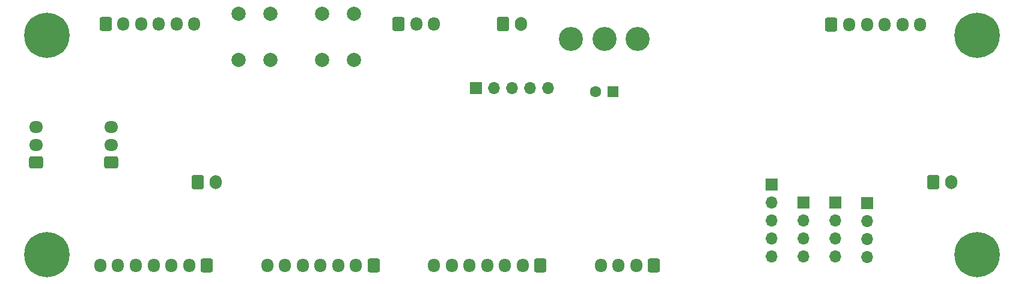
<source format=gbr>
%TF.GenerationSoftware,KiCad,Pcbnew,(6.0.4)*%
%TF.CreationDate,2022-10-27T08:14:30+02:00*%
%TF.ProjectId,projet_robot_ese,70726f6a-6574-45f7-926f-626f745f6573,rev?*%
%TF.SameCoordinates,Original*%
%TF.FileFunction,Soldermask,Bot*%
%TF.FilePolarity,Negative*%
%FSLAX46Y46*%
G04 Gerber Fmt 4.6, Leading zero omitted, Abs format (unit mm)*
G04 Created by KiCad (PCBNEW (6.0.4)) date 2022-10-27 08:14:30*
%MOMM*%
%LPD*%
G01*
G04 APERTURE LIST*
G04 Aperture macros list*
%AMRoundRect*
0 Rectangle with rounded corners*
0 $1 Rounding radius*
0 $2 $3 $4 $5 $6 $7 $8 $9 X,Y pos of 4 corners*
0 Add a 4 corners polygon primitive as box body*
4,1,4,$2,$3,$4,$5,$6,$7,$8,$9,$2,$3,0*
0 Add four circle primitives for the rounded corners*
1,1,$1+$1,$2,$3*
1,1,$1+$1,$4,$5*
1,1,$1+$1,$6,$7*
1,1,$1+$1,$8,$9*
0 Add four rect primitives between the rounded corners*
20,1,$1+$1,$2,$3,$4,$5,0*
20,1,$1+$1,$4,$5,$6,$7,0*
20,1,$1+$1,$6,$7,$8,$9,0*
20,1,$1+$1,$8,$9,$2,$3,0*%
G04 Aperture macros list end*
%ADD10C,2.000000*%
%ADD11RoundRect,0.250000X-0.600000X-0.725000X0.600000X-0.725000X0.600000X0.725000X-0.600000X0.725000X0*%
%ADD12O,1.700000X1.950000*%
%ADD13R,1.700000X1.700000*%
%ADD14O,1.700000X1.700000*%
%ADD15R,1.600000X1.600000*%
%ADD16C,1.600000*%
%ADD17C,0.800000*%
%ADD18C,6.400000*%
%ADD19RoundRect,0.250000X0.600000X0.725000X-0.600000X0.725000X-0.600000X-0.725000X0.600000X-0.725000X0*%
%ADD20RoundRect,0.250000X0.725000X-0.600000X0.725000X0.600000X-0.725000X0.600000X-0.725000X-0.600000X0*%
%ADD21O,1.950000X1.700000*%
%ADD22RoundRect,0.250000X-0.600000X-0.750000X0.600000X-0.750000X0.600000X0.750000X-0.600000X0.750000X0*%
%ADD23O,1.700000X2.000000*%
%ADD24C,3.400000*%
G04 APERTURE END LIST*
D10*
%TO.C,SW402*%
X131500000Y-88000000D03*
X131500000Y-81500000D03*
X136000000Y-81500000D03*
X136000000Y-88000000D03*
%TD*%
D11*
%TO.C,J302*%
X215000000Y-82975000D03*
D12*
X217500000Y-82975000D03*
X220000000Y-82975000D03*
X222500000Y-82975000D03*
X225000000Y-82975000D03*
X227500000Y-82975000D03*
%TD*%
D13*
%TO.C,J204*%
X220025000Y-108200000D03*
D14*
X220025000Y-110740000D03*
X220025000Y-113280000D03*
X220025000Y-115820000D03*
%TD*%
D13*
%TO.C,J408*%
X206575000Y-105610000D03*
D14*
X206575000Y-108150000D03*
X206575000Y-110690000D03*
X206575000Y-113230000D03*
X206575000Y-115770000D03*
%TD*%
D11*
%TO.C,J301*%
X112750000Y-82914000D03*
D12*
X115250000Y-82914000D03*
X117750000Y-82914000D03*
X120250000Y-82914000D03*
X122750000Y-82914000D03*
X125250000Y-82914000D03*
%TD*%
D15*
%TO.C,C205*%
X184250000Y-92500000D03*
D16*
X181750000Y-92500000D03*
%TD*%
D11*
%TO.C,J405*%
X154000000Y-82914000D03*
D12*
X156500000Y-82914000D03*
X159000000Y-82914000D03*
%TD*%
D17*
%TO.C,H102*%
X233802944Y-86197056D03*
X237197056Y-82802944D03*
X233802944Y-82802944D03*
D18*
X235500000Y-84500000D03*
D17*
X237197056Y-86197056D03*
X237900000Y-84500000D03*
X235500000Y-86900000D03*
X235500000Y-82100000D03*
X233100000Y-84500000D03*
%TD*%
D19*
%TO.C,J406*%
X127000000Y-117000000D03*
D12*
X124500000Y-117000000D03*
X122000000Y-117000000D03*
X119500000Y-117000000D03*
X117000000Y-117000000D03*
X114500000Y-117000000D03*
X112000000Y-117000000D03*
%TD*%
D20*
%TO.C,J407*%
X113500000Y-102500000D03*
D21*
X113500000Y-100000000D03*
X113500000Y-97500000D03*
%TD*%
D19*
%TO.C,J410*%
X190000000Y-117000000D03*
D12*
X187500000Y-117000000D03*
X185000000Y-117000000D03*
X182500000Y-117000000D03*
%TD*%
D22*
%TO.C,J402*%
X229387500Y-105250000D03*
D23*
X231887500Y-105250000D03*
%TD*%
D22*
%TO.C,J403*%
X125750000Y-105225000D03*
D23*
X128250000Y-105225000D03*
%TD*%
D22*
%TO.C,J201*%
X168750000Y-82914000D03*
D23*
X171250000Y-82914000D03*
%TD*%
D13*
%TO.C,J409*%
X164950000Y-91975000D03*
D14*
X167490000Y-91975000D03*
X170030000Y-91975000D03*
X172570000Y-91975000D03*
X175110000Y-91975000D03*
%TD*%
D20*
%TO.C,J411*%
X102975000Y-102500000D03*
D21*
X102975000Y-100000000D03*
X102975000Y-97500000D03*
%TD*%
D17*
%TO.C,H104*%
X104500000Y-117900000D03*
X104500000Y-113100000D03*
X102802944Y-117197056D03*
X102802944Y-113802944D03*
X106900000Y-115500000D03*
X102100000Y-115500000D03*
D18*
X104500000Y-115500000D03*
D17*
X106197056Y-117197056D03*
X106197056Y-113802944D03*
%TD*%
%TO.C,H103*%
X233802944Y-113802944D03*
X237900000Y-115500000D03*
X237197056Y-113802944D03*
X233802944Y-117197056D03*
X237197056Y-117197056D03*
X235500000Y-113100000D03*
D18*
X235500000Y-115500000D03*
D17*
X233100000Y-115500000D03*
X235500000Y-117900000D03*
%TD*%
D24*
%TO.C,SW201*%
X187700000Y-85000000D03*
X183000000Y-85000000D03*
X178300000Y-85000000D03*
%TD*%
D10*
%TO.C,SW401*%
X143250000Y-88000000D03*
X143250000Y-81500000D03*
X147750000Y-88000000D03*
X147750000Y-81500000D03*
%TD*%
D17*
%TO.C,H101*%
X106197056Y-86197056D03*
X102802944Y-86197056D03*
X104500000Y-86900000D03*
X106197056Y-82802944D03*
X102802944Y-82802944D03*
D18*
X104500000Y-84500000D03*
D17*
X102100000Y-84500000D03*
X106900000Y-84500000D03*
X104500000Y-82100000D03*
%TD*%
D19*
%TO.C,J412*%
X174000000Y-117025000D03*
D12*
X171500000Y-117025000D03*
X169000000Y-117025000D03*
X166500000Y-117025000D03*
X164000000Y-117025000D03*
X161500000Y-117025000D03*
X159000000Y-117025000D03*
%TD*%
D19*
%TO.C,J404*%
X150500000Y-117025000D03*
D12*
X148000000Y-117025000D03*
X145500000Y-117025000D03*
X143000000Y-117025000D03*
X140500000Y-117025000D03*
X138000000Y-117025000D03*
X135500000Y-117025000D03*
%TD*%
D13*
%TO.C,J202*%
X211025000Y-108160000D03*
D14*
X211025000Y-110700000D03*
X211025000Y-113240000D03*
X211025000Y-115780000D03*
%TD*%
D13*
%TO.C,J203*%
X215525000Y-108160000D03*
D14*
X215525000Y-110700000D03*
X215525000Y-113240000D03*
X215525000Y-115780000D03*
%TD*%
M02*

</source>
